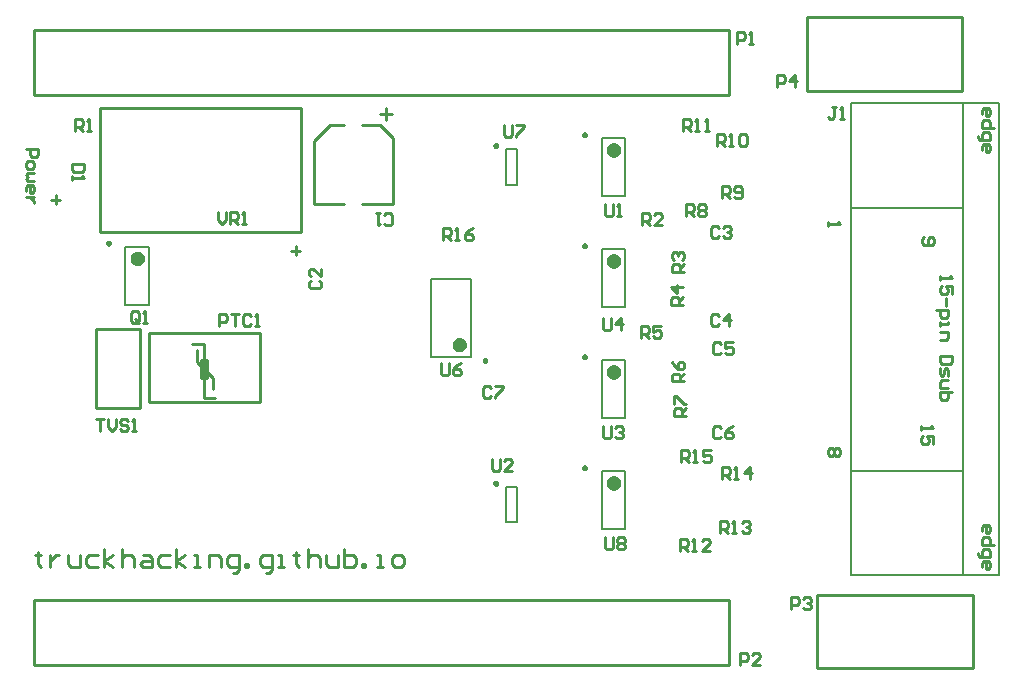
<source format=gto>
%FSTAX23Y23*%
%MOIN*%
%SFA1B1*%

%IPPOS*%
%ADD22C,0.010000*%
%ADD36C,0.023600*%
%ADD37C,0.009800*%
%ADD38C,0.007900*%
%LNhvcape-1*%
%LPD*%
G54D22*
X02465Y02845D02*
X0261D01*
Y0311*
X02465D02*
X0261D01*
X02465Y02845D02*
Y0311D01*
X04869Y01979D02*
X05387D01*
Y02223*
X04868D02*
X05387D01*
X04868Y0198D02*
Y02223D01*
X04834Y03904D02*
X05352D01*
Y04148*
X04833D02*
X05352D01*
X04833Y03905D02*
Y04148D01*
X0313Y03355D02*
Y03385D01*
X03115Y0337D02*
X03145D01*
X0343Y03805D02*
Y03845D01*
X0341Y03825D02*
X0345D01*
X0319Y03525D02*
X0329D01*
X0335D02*
X03455D01*
X0319D02*
Y03735D01*
X03245Y0379*
X0329*
X03455Y03525D02*
Y03745D01*
X0341Y0379D02*
X03455Y03745D01*
X0335Y0379D02*
X0341D01*
X02315Y0354D02*
X02345D01*
X0233Y03525D02*
Y03555D01*
X02476Y03432D02*
X03146D01*
Y03846*
X02476Y03432D02*
Y03846D01*
X03146*
X02258Y04107D02*
X04573D01*
Y03889D02*
Y04107D01*
X02258Y03889D02*
X04573D01*
X02258D02*
Y04026D01*
Y03976D02*
Y04107D01*
Y02076D02*
Y02207D01*
Y01989D02*
Y02126D01*
Y01989D02*
X04573D01*
Y02207*
X02258D02*
X04573D01*
X0264Y03095D02*
X0301D01*
Y02865D02*
Y03095D01*
X0264Y02865D02*
X0301D01*
X0264D02*
Y03095D01*
X02785Y0306D02*
X02825D01*
Y03D02*
Y0306D01*
Y0288D02*
Y03D01*
Y0288D02*
X0286D01*
X02815Y03005D02*
X02835D01*
Y02945D02*
Y03005D01*
X02815Y02945D02*
X02835D01*
X02815D02*
Y03005D01*
X02855Y0291D02*
Y02945D01*
X028Y03D02*
X02855Y02945D01*
X028Y03D02*
Y0304D01*
X0227Y02365D02*
Y02355D01*
X0226*
X0228*
X0227*
Y02325*
X0228Y02315*
X0231Y02355D02*
Y02315D01*
Y02335*
X0232Y02345*
X0233Y02355*
X0234*
X0237D02*
Y02325D01*
X0238Y02315*
X0241*
Y02355*
X02469D02*
X02439D01*
X02429Y02345*
Y02325*
X02439Y02315*
X02469*
X02489D02*
Y02375D01*
Y02335D02*
X02519Y02355D01*
X02489Y02335D02*
X02519Y02315D01*
X02549Y02375D02*
Y02315D01*
Y02345*
X02559Y02355*
X02579*
X02589Y02345*
Y02315*
X02619Y02355D02*
X02639D01*
X02649Y02345*
Y02315*
X02619*
X02609Y02325*
X02619Y02335*
X02649*
X02709Y02355D02*
X02679D01*
X02669Y02345*
Y02325*
X02679Y02315*
X02709*
X02729D02*
Y02375D01*
Y02335D02*
X02759Y02355D01*
X02729Y02335D02*
X02759Y02315D01*
X02789D02*
X02809D01*
X02799*
Y02355*
X02789*
X02839Y02315D02*
Y02355D01*
X02869*
X02879Y02345*
Y02315*
X02919Y02295D02*
X02929D01*
X02939Y02305*
Y02355*
X02909*
X02899Y02345*
Y02325*
X02909Y02315*
X02939*
X02959D02*
Y02325D01*
X02969*
Y02315*
X02959*
X03029Y02295D02*
X03039D01*
X03049Y02305*
Y02355*
X03019*
X03009Y02345*
Y02325*
X03019Y02315*
X03049*
X03069D02*
X03089D01*
X03079*
Y02355*
X03069*
X03129Y02365D02*
Y02355D01*
X03119*
X03139*
X03129*
Y02325*
X03139Y02315*
X03169Y02375D02*
Y02315D01*
Y02345*
X03179Y02355*
X03199*
X03209Y02345*
Y02315*
X03229Y02355D02*
Y02325D01*
X03239Y02315*
X03269*
Y02355*
X03289Y02375D02*
Y02315D01*
X03319*
X03329Y02325*
Y02335*
Y02345*
X03319Y02355*
X03289*
X03349Y02315D02*
Y02325D01*
X03359*
Y02315*
X03349*
X03399D02*
X03419D01*
X03409*
Y02355*
X03399*
X03459Y02315D02*
X03479D01*
X03489Y02325*
Y02345*
X03479Y02355*
X03459*
X03449Y02345*
Y02325*
X03459Y02315*
X0362Y03405D02*
Y03445D01*
X0364*
X03646Y03438*
Y03425*
X0364Y03418*
X0362*
X03633D02*
X03646Y03405D01*
X0366D02*
X03673D01*
X03666*
Y03445*
X0366Y03438*
X0372Y03445D02*
X03706Y03438D01*
X03693Y03425*
Y03411*
X037Y03405*
X03713*
X0372Y03411*
Y03418*
X03713Y03425*
X03693*
X03781Y02913D02*
X03775Y0292D01*
X03761*
X03755Y02913*
Y02886*
X03761Y0288*
X03775*
X03781Y02886*
X03795Y0292D02*
X03821D01*
Y02913*
X03795Y02886*
Y0288*
X02465Y0281D02*
X02491D01*
X02478*
Y0277*
X02505Y0281D02*
Y02783D01*
X02518Y0277*
X02531Y02783*
Y0281*
X02571Y02803D02*
X02565Y0281D01*
X02551*
X02545Y02803*
Y02796*
X02551Y0279*
X02565*
X02571Y02783*
Y02776*
X02565Y0277*
X02551*
X02545Y02776*
X02585Y0277D02*
X02598D01*
X02591*
Y0281*
X02585Y02803*
X0428Y0308D02*
Y0312D01*
X043*
X04306Y03113*
Y031*
X043Y03093*
X0428*
X04293D02*
X04306Y0308D01*
X04346Y0312D02*
X0432D01*
Y031*
X04333Y03106*
X0434*
X04346Y031*
Y03086*
X0434Y0308*
X04326*
X0432Y03086*
X04285Y03455D02*
Y03495D01*
X04305*
X04311Y03488*
Y03475*
X04305Y03468*
X04285*
X04298D02*
X04311Y03455D01*
X04351D02*
X04325D01*
X04351Y03481*
Y03488*
X04345Y03495*
X04331*
X04325Y03488*
X0441Y0237D02*
Y0241D01*
X0443*
X04436Y02403*
Y0239*
X0443Y02383*
X0441*
X04423D02*
X04436Y0237D01*
X0445D02*
X04463D01*
X04456*
Y0241*
X0445Y02403*
X0451Y0237D02*
X04483D01*
X0451Y02396*
Y02403*
X04503Y0241*
X0449*
X04483Y02403*
X04546Y02778D02*
X0454Y02785D01*
X04526*
X0452Y02778*
Y02751*
X04526Y02745*
X0454*
X04546Y02751*
X04586Y02785D02*
X04573Y02778D01*
X0456Y02765*
Y02751*
X04566Y02745*
X0458*
X04586Y02751*
Y02758*
X0458Y02765*
X0456*
X02425Y0366D02*
X02385D01*
Y0364*
X02391Y03633*
X02418*
X02425Y0364*
Y0366*
X02385Y0362D02*
Y03606D01*
Y03613*
X02425*
X02418Y0362*
X046Y0406D02*
Y041D01*
X0462*
X04626Y04093*
Y0408*
X0462Y04073*
X046*
X0464Y0406D02*
X04653D01*
X04646*
Y041*
X0464Y04093*
X0461Y0199D02*
Y0203D01*
X0463*
X04636Y02023*
Y0201*
X0463Y02003*
X0461*
X04676Y0199D02*
X0465D01*
X04676Y02016*
Y02023*
X0467Y0203*
X04656*
X0465Y02023*
X04155Y03145D02*
Y03111D01*
X04161Y03105*
X04175*
X04181Y03111*
Y03145*
X04215Y03105D02*
Y03145D01*
X04195Y03125*
X04221*
X04425Y033D02*
X04385D01*
Y0332*
X04391Y03326*
X04405*
X04411Y0332*
Y033*
Y03313D02*
X04425Y03326D01*
X04391Y0334D02*
X04385Y03346D01*
Y0336*
X04391Y03366*
X04398*
X04405Y0336*
Y03353*
Y0336*
X04411Y03366*
X04418*
X04425Y0336*
Y03346*
X04418Y0334*
X04546Y03058D02*
X0454Y03065D01*
X04526*
X0452Y03058*
Y03031*
X04526Y03025*
X0454*
X04546Y03031*
X04586Y03065D02*
X0456D01*
Y03045*
X04573Y03051*
X0458*
X04586Y03045*
Y03031*
X0458Y03025*
X04566*
X0456Y03031*
X0287Y035D02*
Y03473D01*
X02883Y0346*
X02896Y03473*
Y035*
X0291Y0346D02*
Y035D01*
X0293*
X02936Y03493*
Y0348*
X0293Y03473*
X0291*
X02923D02*
X02936Y0346D01*
X0295D02*
X02963D01*
X02956*
Y035*
X0295Y03493*
X0443Y0282D02*
X0439D01*
Y0284*
X04396Y02846*
X0441*
X04416Y0284*
Y0282*
Y02833D02*
X0443Y02846D01*
X0439Y0286D02*
Y02886D01*
X04396*
X04423Y0286*
X0443*
X04425Y02935D02*
X04385D01*
Y02955*
X04391Y02961*
X04405*
X04411Y02955*
Y02935*
Y02948D02*
X04425Y02961D01*
X04385Y03001D02*
X04391Y02988D01*
X04405Y02975*
X04418*
X04425Y02981*
Y02995*
X04418Y03001*
X04411*
X04405Y02995*
Y02975*
X0442Y0319D02*
X0438D01*
Y0321*
X04386Y03216*
X044*
X04406Y0321*
Y0319*
Y03203D02*
X0442Y03216D01*
Y0325D02*
X0438D01*
X044Y0323*
Y03256*
X04931Y0385D02*
X04918D01*
X04925*
Y03816*
X04918Y0381*
X04911*
X04905Y03816*
X04945Y0381D02*
X04958D01*
X04951*
Y0385*
X04945Y03843*
X02606Y03136D02*
Y03163D01*
X026Y0317*
X02586*
X0258Y03163*
Y03136*
X02586Y0313*
X026*
X02593Y03143D02*
X02606Y0313D01*
X026D02*
X02606Y03136D01*
X0262Y0313D02*
X02633D01*
X02626*
Y0317*
X0262Y03163*
X0478Y02175D02*
Y02215D01*
X048*
X04806Y02208*
Y02195*
X048Y02188*
X0478*
X0482Y02208D02*
X04826Y02215D01*
X0484*
X04846Y02208*
Y02201*
X0484Y02195*
X04833*
X0484*
X04846Y02188*
Y02181*
X0484Y02175*
X04826*
X0482Y02181*
X04735Y03915D02*
Y03955D01*
X04755*
X04761Y03948*
Y03935*
X04755Y03928*
X04735*
X04795Y03915D02*
Y03955D01*
X04775Y03935*
X04801*
X02875Y0312D02*
Y0316D01*
X02895*
X02901Y03153*
Y0314*
X02895Y03133*
X02875*
X02915Y0316D02*
X02941D01*
X02928*
Y0312*
X02981Y03153D02*
X02975Y0316D01*
X02961*
X02955Y03153*
Y03126*
X02961Y0312*
X02975*
X02981Y03126*
X02995Y0312D02*
X03008D01*
X03001*
Y0316*
X02995Y03153*
X04541D02*
X04535Y0316D01*
X04521*
X04515Y03153*
Y03126*
X04521Y0312*
X04535*
X04541Y03126*
X04575Y0312D02*
Y0316D01*
X04555Y0314*
X04581*
X0416Y03525D02*
Y03491D01*
X04166Y03485*
X0418*
X04186Y03491*
Y03525*
X042Y03485D02*
X04213D01*
X04206*
Y03525*
X042Y03518*
X03783Y02675D02*
Y02642D01*
X0379Y02635*
X03803*
X0381Y02642*
Y02675*
X0385Y02635D02*
X03823D01*
X0385Y02662*
Y02668*
X03843Y02675*
X0383*
X03823Y02668*
X03423Y03461D02*
X0343Y03455D01*
X03443*
X0345Y03461*
Y03488*
X03443Y03495*
X0343*
X03423Y03488*
X0341Y03495D02*
X03396D01*
X03403*
Y03455*
X0341Y03461*
X03181Y03271D02*
X03175Y03265D01*
Y03251*
X03181Y03245*
X03208*
X03215Y03251*
Y03265*
X03208Y03271*
X03215Y03311D02*
Y03285D01*
X03188Y03311*
X03181*
X03175Y03305*
Y03291*
X03181Y03285*
X04539Y03445D02*
X04533Y03452D01*
X04519*
X04513Y03445*
Y03418*
X04519Y03412*
X04533*
X04539Y03418*
X04553Y03445D02*
X04559Y03452D01*
X04573*
X04579Y03445*
Y03438*
X04573Y03432*
X04566*
X04573*
X04579Y03425*
Y03418*
X04573Y03412*
X04559*
X04553Y03418*
X02395Y0377D02*
Y0381D01*
X02415*
X02421Y03803*
Y0379*
X02415Y03783*
X02395*
X02408D02*
X02421Y0377D01*
X02435D02*
X02448D01*
X02441*
Y0381*
X02435Y03803*
X0443Y03485D02*
Y03525D01*
X0445*
X04456Y03518*
Y03505*
X0445Y03498*
X0443*
X04443D02*
X04456Y03485D01*
X0447Y03518D02*
X04476Y03525D01*
X0449*
X04496Y03518*
Y03511*
X0449Y03505*
X04496Y03498*
Y03491*
X0449Y03485*
X04476*
X0447Y03491*
Y03498*
X04476Y03505*
X0447Y03511*
Y03518*
X04476Y03505D02*
X0449D01*
X0455Y03545D02*
Y03585D01*
X0457*
X04576Y03578*
Y03565*
X0457Y03558*
X0455*
X04563D02*
X04576Y03545D01*
X0459Y03551D02*
X04596Y03545D01*
X0461*
X04616Y03551*
Y03578*
X0461Y03585*
X04596*
X0459Y03578*
Y03571*
X04596Y03565*
X04616*
X04535Y0372D02*
Y0376D01*
X04555*
X04561Y03753*
Y0374*
X04555Y03733*
X04535*
X04548D02*
X04561Y0372D01*
X04575D02*
X04588D01*
X04581*
Y0376*
X04575Y03753*
X04608D02*
X04615Y0376D01*
X04628*
X04635Y03753*
Y03726*
X04628Y0372*
X04615*
X04608Y03726*
Y03753*
X0442Y0377D02*
Y0381D01*
X0444*
X04446Y03803*
Y0379*
X0444Y03783*
X0442*
X04433D02*
X04446Y0377D01*
X0446D02*
X04473D01*
X04466*
Y0381*
X0446Y03803*
X04493Y0377D02*
X04506D01*
X045*
Y0381*
X04493Y03803*
X04545Y0243D02*
Y0247D01*
X04565*
X04571Y02463*
Y0245*
X04565Y02443*
X04545*
X04558D02*
X04571Y0243D01*
X04585D02*
X04598D01*
X04591*
Y0247*
X04585Y02463*
X04618D02*
X04625Y0247D01*
X04638*
X04645Y02463*
Y02456*
X04638Y0245*
X04631*
X04638*
X04645Y02443*
Y02436*
X04638Y0243*
X04625*
X04618Y02436*
X0455Y0261D02*
Y0265D01*
X0457*
X04576Y02643*
Y0263*
X0457Y02623*
X0455*
X04563D02*
X04576Y0261D01*
X0459D02*
X04603D01*
X04596*
Y0265*
X0459Y02643*
X04643Y0261D02*
Y0265D01*
X04623Y0263*
X0465*
X04415Y02665D02*
Y02705D01*
X04435*
X04441Y02698*
Y02685*
X04435Y02678*
X04415*
X04428D02*
X04441Y02665D01*
X04455D02*
X04468D01*
X04461*
Y02705*
X04455Y02698*
X04515Y02705D02*
X04488D01*
Y02685*
X04501Y02691*
X04508*
X04515Y02685*
Y02671*
X04508Y02665*
X04495*
X04488Y02671*
X04155Y02785D02*
Y02751D01*
X04161Y02745*
X04175*
X04181Y02751*
Y02785*
X04195Y02778D02*
X04201Y02785D01*
X04215*
X04221Y02778*
Y02771*
X04215Y02765*
X04208*
X04215*
X04221Y02758*
Y02751*
X04215Y02745*
X04201*
X04195Y02751*
X03615Y02995D02*
Y02961D01*
X03621Y02955*
X03635*
X03641Y02961*
Y02995*
X03681D02*
X03668Y02988D01*
X03655Y02975*
Y02961*
X03661Y02955*
X03675*
X03681Y02961*
Y02968*
X03675Y02975*
X03655*
X03825Y0379D02*
Y03756D01*
X03831Y0375*
X03845*
X03851Y03756*
Y0379*
X03865D02*
X03891D01*
Y03783*
X03865Y03756*
Y0375*
X0416Y02415D02*
Y02381D01*
X04166Y02375*
X0418*
X04186Y02381*
Y02415*
X042Y02408D02*
X04206Y02415D01*
X0422*
X04226Y02408*
Y02401*
X0422Y02395*
X04226Y02388*
Y02381*
X0422Y02375*
X04206*
X042Y02381*
Y02388*
X04206Y02395*
X042Y02401*
Y02408*
X04206Y02395D02*
X0422D01*
X04903Y03467D02*
Y03454D01*
Y0346*
X04943*
X04936Y03467*
Y02714D02*
X04943Y02707D01*
Y02694*
X04936Y02687*
X04929*
X04923Y02694*
X04916Y02687*
X04909*
X04903Y02694*
Y02707*
X04909Y02714*
X04916*
X04923Y02707*
X04929Y02714*
X04936*
X04923Y02707D02*
Y02694D01*
X05213Y02786D02*
Y02772D01*
Y02779*
X05253*
X05246Y02786*
X05253Y02726D02*
Y02752D01*
X05233*
X05239Y02739*
Y02732*
X05233Y02726*
X05219*
X05213Y02732*
Y02746*
X05219Y02752*
X05224Y03416D02*
X05218Y03409D01*
Y03396*
X05224Y03389*
X05251*
X05258Y03396*
Y03409*
X05251Y03416*
X05244*
X05238Y03409*
Y03389*
X05278Y03286D02*
Y03272D01*
Y03279*
X05318*
X05311Y03286*
X05318Y03226D02*
Y03252D01*
X05298*
X05304Y03239*
Y03232*
X05298Y03226*
X05284*
X05278Y03232*
Y03246*
X05284Y03252*
X05298Y03212D02*
Y03186D01*
X05264Y03172D02*
X05304D01*
Y03152*
X05298Y03146*
X05284*
X05278Y03152*
Y03172*
Y03132D02*
Y03119D01*
Y03126*
X05304*
Y03132*
X05278Y03099D02*
X05304D01*
Y03079*
X05298Y03072*
X05278*
X05318Y03019D02*
X05278D01*
Y02999*
X05284Y02992*
X05311*
X05318Y02999*
Y03019*
X05278Y02979D02*
Y02959D01*
X05284Y02952*
X05291Y02959*
Y02972*
X05298Y02979*
X05304Y02972*
Y02952*
Y02939D02*
X05284D01*
X05278Y02932*
Y02912*
X05304*
X05318Y02899D02*
X05278D01*
Y02879*
X05284Y02872*
X05291*
X05298*
X05304Y02879*
Y02899*
X05418Y03826D02*
Y03839D01*
X05424Y03846*
X05438*
X05444Y03839*
Y03826*
X05438Y03819*
X05431*
Y03846*
X05458Y03779D02*
X05418D01*
Y03799*
X05424Y03806*
X05438*
X05444Y03799*
Y03779*
X05404Y03752D02*
Y03746D01*
X05411Y03739*
X05444*
Y03759*
X05438Y03766*
X05424*
X05418Y03759*
Y03739*
Y03706D02*
Y03719D01*
X05424Y03726*
X05438*
X05444Y03719*
Y03706*
X05438Y03699*
X05431*
Y03726*
X05418Y02436D02*
Y02449D01*
X05424Y02456*
X05438*
X05444Y02449*
Y02436*
X05438Y02429*
X05431*
Y02456*
X05458Y02389D02*
X05418D01*
Y02409*
X05424Y02416*
X05438*
X05444Y02409*
Y02389*
X05404Y02362D02*
Y02356D01*
X05411Y02349*
X05444*
Y02369*
X05438Y02376*
X05424*
X05418Y02369*
Y02349*
Y02316D02*
Y02329D01*
X05424Y02336*
X05438*
X05444Y02329*
Y02316*
X05438Y02309*
X05431*
Y02336*
X0223Y0371D02*
X0227D01*
Y0369*
X02263Y03683*
X0225*
X02243Y0369*
Y0371*
X0223Y03663D02*
Y0365D01*
X02236Y03643*
X0225*
X02256Y0365*
Y03663*
X0225Y0367*
X02236*
X0223Y03663*
X02256Y0363D02*
X02236D01*
X0223Y03623*
X02236Y03616*
X0223Y0361*
X02236Y03603*
X02256*
X0223Y0357D02*
Y03583D01*
X02236Y0359*
X0225*
X02256Y03583*
Y0357*
X0225Y03563*
X02243*
Y0359*
X02256Y0355D02*
X0223D01*
X02243*
X0225Y03543*
X02256Y03536*
Y0353*
G54D36*
X03687Y03056D02*
D01*
X03687Y03057*
X03686Y03058*
X03686Y03059*
X03686Y0306*
X03686Y0306*
X03686Y03061*
X03685Y03062*
X03685Y03063*
X03684Y03063*
X03684Y03064*
X03683Y03065*
X03683Y03065*
X03682Y03066*
X03681Y03066*
X03681Y03067*
X0368Y03067*
X03679Y03067*
X03678Y03068*
X03678Y03068*
X03677Y03068*
X03676Y03068*
X03675Y03068*
X03674*
X03674Y03068*
X03673Y03068*
X03672Y03068*
X03671Y03068*
X0367Y03067*
X0367Y03067*
X03669Y03067*
X03668Y03066*
X03668Y03066*
X03667Y03065*
X03666Y03065*
X03666Y03064*
X03665Y03063*
X03665Y03063*
X03664Y03062*
X03664Y03061*
X03664Y0306*
X03663Y0306*
X03663Y03059*
X03663Y03058*
X03663Y03057*
X03663Y03056*
X03663Y03056*
X03663Y03055*
X03663Y03054*
X03663Y03053*
X03664Y03052*
X03664Y03052*
X03664Y03051*
X03665Y0305*
X03665Y03049*
X03666Y03049*
X03666Y03048*
X03667Y03048*
X03668Y03047*
X03668Y03047*
X03669Y03046*
X0367Y03046*
X0367Y03045*
X03671Y03045*
X03672Y03045*
X03673Y03045*
X03674Y03045*
X03674Y03045*
X03675*
X03676Y03045*
X03677Y03045*
X03678Y03045*
X03678Y03045*
X03679Y03045*
X0368Y03046*
X03681Y03046*
X03681Y03047*
X03682Y03047*
X03683Y03048*
X03683Y03048*
X03684Y03049*
X03684Y03049*
X03685Y0305*
X03685Y03051*
X03686Y03052*
X03686Y03052*
X03686Y03053*
X03686Y03054*
X03686Y03055*
X03687Y03056*
X03687Y03056*
X02613Y03345D02*
D01*
X02613Y03345*
X02613Y03346*
X02613Y03347*
X02613Y03348*
X02613Y03349*
X02612Y03349*
X02612Y0335*
X02612Y03351*
X02611Y03352*
X02611Y03352*
X0261Y03353*
X02609Y03353*
X02609Y03354*
X02608Y03354*
X02607Y03355*
X02607Y03355*
X02606Y03356*
X02605Y03356*
X02604Y03356*
X02604Y03356*
X02603Y03356*
X02602Y03356*
X02601*
X026Y03356*
X02599Y03356*
X02599Y03356*
X02598Y03356*
X02597Y03356*
X02596Y03355*
X02596Y03355*
X02595Y03354*
X02594Y03354*
X02594Y03353*
X02593Y03353*
X02592Y03352*
X02592Y03352*
X02591Y03351*
X02591Y0335*
X02591Y03349*
X0259Y03349*
X0259Y03348*
X0259Y03347*
X0259Y03346*
X0259Y03345*
X0259Y03345*
X0259Y03344*
X0259Y03343*
X0259Y03342*
X0259Y03341*
X0259Y03341*
X02591Y0334*
X02591Y03339*
X02591Y03338*
X02592Y03338*
X02592Y03337*
X02593Y03336*
X02594Y03336*
X02594Y03335*
X02595Y03335*
X02596Y03334*
X02596Y03334*
X02597Y03334*
X02598Y03333*
X02599Y03333*
X02599Y03333*
X026Y03333*
X02601Y03333*
X02602*
X02603Y03333*
X02604Y03333*
X02604Y03333*
X02605Y03333*
X02606Y03334*
X02607Y03334*
X02607Y03334*
X02608Y03335*
X02609Y03335*
X02609Y03336*
X0261Y03336*
X02611Y03337*
X02611Y03338*
X02612Y03338*
X02612Y03339*
X02612Y0334*
X02613Y03341*
X02613Y03341*
X02613Y03342*
X02613Y03343*
X02613Y03344*
X02613Y03345*
X042Y02596D02*
D01*
X042Y02597*
X042Y02598*
X042Y02599*
X042Y02599*
X04199Y026*
X04199Y02601*
X04199Y02602*
X04198Y02602*
X04198Y02603*
X04197Y02604*
X04197Y02604*
X04196Y02605*
X04196Y02605*
X04195Y02606*
X04194Y02606*
X04194Y02607*
X04193Y02607*
X04192Y02607*
X04191Y02608*
X0419Y02608*
X0419Y02608*
X04189Y02608*
X04188*
X04187Y02608*
X04186Y02608*
X04186Y02608*
X04185Y02607*
X04184Y02607*
X04183Y02607*
X04183Y02606*
X04182Y02606*
X04181Y02605*
X04181Y02605*
X0418Y02604*
X04179Y02604*
X04179Y02603*
X04178Y02602*
X04178Y02602*
X04178Y02601*
X04177Y026*
X04177Y02599*
X04177Y02599*
X04177Y02598*
X04177Y02597*
X04177Y02596*
X04177Y02595*
X04177Y02595*
X04177Y02594*
X04177Y02593*
X04177Y02592*
X04178Y02591*
X04178Y02591*
X04178Y0259*
X04179Y02589*
X04179Y02589*
X0418Y02588*
X04181Y02587*
X04181Y02587*
X04182Y02586*
X04183Y02586*
X04183Y02586*
X04184Y02585*
X04185Y02585*
X04186Y02585*
X04186Y02585*
X04187Y02584*
X04188Y02584*
X04189*
X0419Y02584*
X0419Y02585*
X04191Y02585*
X04192Y02585*
X04193Y02585*
X04194Y02586*
X04194Y02586*
X04195Y02586*
X04196Y02587*
X04196Y02587*
X04197Y02588*
X04197Y02589*
X04198Y02589*
X04198Y0259*
X04199Y02591*
X04199Y02591*
X04199Y02592*
X042Y02593*
X042Y02594*
X042Y02595*
X042Y02595*
X042Y02596*
Y02966D02*
D01*
X042Y02967*
X042Y02968*
X042Y02969*
X042Y02969*
X04199Y0297*
X04199Y02971*
X04199Y02972*
X04198Y02972*
X04198Y02973*
X04197Y02974*
X04197Y02974*
X04196Y02975*
X04196Y02975*
X04195Y02976*
X04194Y02976*
X04194Y02977*
X04193Y02977*
X04192Y02977*
X04191Y02978*
X0419Y02978*
X0419Y02978*
X04189Y02978*
X04188*
X04187Y02978*
X04186Y02978*
X04186Y02978*
X04185Y02977*
X04184Y02977*
X04183Y02977*
X04183Y02976*
X04182Y02976*
X04181Y02975*
X04181Y02975*
X0418Y02974*
X04179Y02974*
X04179Y02973*
X04178Y02972*
X04178Y02972*
X04178Y02971*
X04177Y0297*
X04177Y02969*
X04177Y02969*
X04177Y02968*
X04177Y02967*
X04177Y02966*
X04177Y02965*
X04177Y02965*
X04177Y02964*
X04177Y02963*
X04177Y02962*
X04178Y02961*
X04178Y02961*
X04178Y0296*
X04179Y02959*
X04179Y02959*
X0418Y02958*
X04181Y02957*
X04181Y02957*
X04182Y02956*
X04183Y02956*
X04183Y02956*
X04184Y02955*
X04185Y02955*
X04186Y02955*
X04186Y02955*
X04187Y02954*
X04188Y02954*
X04189*
X0419Y02954*
X0419Y02955*
X04191Y02955*
X04192Y02955*
X04193Y02955*
X04194Y02956*
X04194Y02956*
X04195Y02956*
X04196Y02957*
X04196Y02957*
X04197Y02958*
X04197Y02959*
X04198Y02959*
X04198Y0296*
X04199Y02961*
X04199Y02961*
X04199Y02962*
X042Y02963*
X042Y02964*
X042Y02965*
X042Y02965*
X042Y02966*
Y03336D02*
D01*
X042Y03337*
X042Y03338*
X042Y03339*
X042Y03339*
X04199Y0334*
X04199Y03341*
X04199Y03342*
X04198Y03342*
X04198Y03343*
X04197Y03344*
X04197Y03344*
X04196Y03345*
X04196Y03345*
X04195Y03346*
X04194Y03346*
X04194Y03347*
X04193Y03347*
X04192Y03347*
X04191Y03348*
X0419Y03348*
X0419Y03348*
X04189Y03348*
X04188*
X04187Y03348*
X04186Y03348*
X04186Y03348*
X04185Y03347*
X04184Y03347*
X04183Y03347*
X04183Y03346*
X04182Y03346*
X04181Y03345*
X04181Y03345*
X0418Y03344*
X04179Y03344*
X04179Y03343*
X04178Y03342*
X04178Y03342*
X04178Y03341*
X04177Y0334*
X04177Y03339*
X04177Y03339*
X04177Y03338*
X04177Y03337*
X04177Y03336*
X04177Y03335*
X04177Y03335*
X04177Y03334*
X04177Y03333*
X04177Y03332*
X04178Y03331*
X04178Y03331*
X04178Y0333*
X04179Y03329*
X04179Y03329*
X0418Y03328*
X04181Y03327*
X04181Y03327*
X04182Y03326*
X04183Y03326*
X04183Y03326*
X04184Y03325*
X04185Y03325*
X04186Y03325*
X04186Y03325*
X04187Y03324*
X04188Y03324*
X04189*
X0419Y03324*
X0419Y03325*
X04191Y03325*
X04192Y03325*
X04193Y03325*
X04194Y03326*
X04194Y03326*
X04195Y03326*
X04196Y03327*
X04196Y03327*
X04197Y03328*
X04197Y03329*
X04198Y03329*
X04198Y0333*
X04199Y03331*
X04199Y03331*
X04199Y03332*
X042Y03333*
X042Y03334*
X042Y03335*
X042Y03335*
X042Y03336*
Y03706D02*
D01*
X042Y03707*
X042Y03708*
X042Y03709*
X042Y03709*
X04199Y0371*
X04199Y03711*
X04199Y03712*
X04198Y03712*
X04198Y03713*
X04197Y03714*
X04197Y03714*
X04196Y03715*
X04196Y03715*
X04195Y03716*
X04194Y03716*
X04194Y03717*
X04193Y03717*
X04192Y03717*
X04191Y03718*
X0419Y03718*
X0419Y03718*
X04189Y03718*
X04188*
X04187Y03718*
X04186Y03718*
X04186Y03718*
X04185Y03717*
X04184Y03717*
X04183Y03717*
X04183Y03716*
X04182Y03716*
X04181Y03715*
X04181Y03715*
X0418Y03714*
X04179Y03714*
X04179Y03713*
X04178Y03712*
X04178Y03712*
X04178Y03711*
X04177Y0371*
X04177Y03709*
X04177Y03709*
X04177Y03708*
X04177Y03707*
X04177Y03706*
X04177Y03705*
X04177Y03705*
X04177Y03704*
X04177Y03703*
X04177Y03702*
X04178Y03701*
X04178Y03701*
X04178Y037*
X04179Y03699*
X04179Y03699*
X0418Y03698*
X04181Y03697*
X04181Y03697*
X04182Y03696*
X04183Y03696*
X04183Y03696*
X04184Y03695*
X04185Y03695*
X04186Y03695*
X04186Y03695*
X04187Y03694*
X04188Y03694*
X04189*
X0419Y03694*
X0419Y03695*
X04191Y03695*
X04192Y03695*
X04193Y03695*
X04194Y03696*
X04194Y03696*
X04195Y03696*
X04196Y03697*
X04196Y03697*
X04197Y03698*
X04197Y03699*
X04198Y03699*
X04198Y037*
X04199Y03701*
X04199Y03701*
X04199Y03702*
X042Y03703*
X042Y03704*
X042Y03705*
X042Y03705*
X042Y03706*
G54D37*
X03765Y03003D02*
D01*
X03765Y03004*
X03765Y03004*
X03765Y03004*
X03765Y03005*
X03765Y03005*
X03765Y03005*
X03765Y03006*
X03765Y03006*
X03764Y03006*
X03764Y03006*
X03764Y03007*
X03764Y03007*
X03763Y03007*
X03763Y03007*
X03763Y03007*
X03763Y03008*
X03762Y03008*
X03762Y03008*
X03762Y03008*
X03761Y03008*
X03761Y03008*
X03761Y03008*
X0376*
X0376Y03008*
X0376Y03008*
X03759Y03008*
X03759Y03008*
X03759Y03008*
X03758Y03008*
X03758Y03007*
X03758Y03007*
X03757Y03007*
X03757Y03007*
X03757Y03007*
X03757Y03006*
X03756Y03006*
X03756Y03006*
X03756Y03006*
X03756Y03005*
X03756Y03005*
X03756Y03005*
X03756Y03004*
X03756Y03004*
X03756Y03004*
X03756Y03003*
X03756Y03003*
X03756Y03003*
X03756Y03002*
X03756Y03002*
X03756Y03002*
X03756Y03001*
X03756Y03001*
X03756Y03001*
X03756Y03*
X03757Y03*
X03757Y03*
X03757Y03*
X03757Y02999*
X03758Y02999*
X03758Y02999*
X03758Y02999*
X03759Y02999*
X03759Y02999*
X03759Y02998*
X0376Y02998*
X0376Y02998*
X0376Y02998*
X03761*
X03761Y02998*
X03761Y02998*
X03762Y02998*
X03762Y02999*
X03762Y02999*
X03763Y02999*
X03763Y02999*
X03763Y02999*
X03763Y02999*
X03764Y03*
X03764Y03*
X03764Y03*
X03764Y03*
X03765Y03001*
X03765Y03001*
X03765Y03001*
X03765Y03002*
X03765Y03002*
X03765Y03002*
X03765Y03003*
X03765Y03003*
X03765Y03003*
X03801Y0372D02*
D01*
X03801Y03721*
X03801Y03721*
X03801Y03721*
X03801Y03722*
X03801Y03722*
X03801Y03722*
X03801Y03723*
X03801Y03723*
X038Y03723*
X038Y03724*
X038Y03724*
X038Y03724*
X03799Y03724*
X03799Y03724*
X03799Y03725*
X03799Y03725*
X03798Y03725*
X03798Y03725*
X03798Y03725*
X03797Y03725*
X03797Y03725*
X03797Y03725*
X03796*
X03796Y03725*
X03796Y03725*
X03795Y03725*
X03795Y03725*
X03795Y03725*
X03794Y03725*
X03794Y03725*
X03794Y03724*
X03793Y03724*
X03793Y03724*
X03793Y03724*
X03793Y03724*
X03792Y03723*
X03792Y03723*
X03792Y03723*
X03792Y03722*
X03792Y03722*
X03792Y03722*
X03792Y03721*
X03792Y03721*
X03792Y03721*
X03792Y0372*
X03792Y0372*
X03792Y0372*
X03792Y03719*
X03792Y03719*
X03792Y03719*
X03792Y03718*
X03792Y03718*
X03792Y03718*
X03792Y03718*
X03793Y03717*
X03793Y03717*
X03793Y03717*
X03793Y03717*
X03794Y03716*
X03794Y03716*
X03794Y03716*
X03795Y03716*
X03795Y03716*
X03795Y03716*
X03796Y03716*
X03796Y03716*
X03796Y03716*
X03797*
X03797Y03716*
X03797Y03716*
X03798Y03716*
X03798Y03716*
X03798Y03716*
X03799Y03716*
X03799Y03716*
X03799Y03716*
X03799Y03717*
X038Y03717*
X038Y03717*
X038Y03717*
X038Y03718*
X03801Y03718*
X03801Y03718*
X03801Y03718*
X03801Y03719*
X03801Y03719*
X03801Y03719*
X03801Y0372*
X03801Y0372*
X03801Y0372*
X0251Y03396D02*
D01*
X0251Y03396*
X0251Y03397*
X0251Y03397*
X0251Y03397*
X0251Y03398*
X02509Y03398*
X02509Y03398*
X02509Y03399*
X02509Y03399*
X02509Y03399*
X02509Y03399*
X02508Y034*
X02508Y034*
X02508Y034*
X02507Y034*
X02507Y034*
X02507Y03401*
X02507Y03401*
X02506Y03401*
X02506Y03401*
X02506Y03401*
X02505Y03401*
X02505*
X02504Y03401*
X02504Y03401*
X02504Y03401*
X02503Y03401*
X02503Y03401*
X02503Y034*
X02503Y034*
X02502Y034*
X02502Y034*
X02502Y034*
X02501Y03399*
X02501Y03399*
X02501Y03399*
X02501Y03399*
X02501Y03398*
X02501Y03398*
X025Y03398*
X025Y03397*
X025Y03397*
X025Y03397*
X025Y03396*
X025Y03396*
X025Y03396*
X025Y03395*
X025Y03395*
X025Y03395*
X025Y03394*
X02501Y03394*
X02501Y03394*
X02501Y03393*
X02501Y03393*
X02501Y03393*
X02501Y03393*
X02502Y03392*
X02502Y03392*
X02502Y03392*
X02503Y03392*
X02503Y03392*
X02503Y03391*
X02503Y03391*
X02504Y03391*
X02504Y03391*
X02504Y03391*
X02505Y03391*
X02505*
X02506Y03391*
X02506Y03391*
X02506Y03391*
X02507Y03391*
X02507Y03391*
X02507Y03392*
X02507Y03392*
X02508Y03392*
X02508Y03392*
X02508Y03392*
X02509Y03393*
X02509Y03393*
X02509Y03393*
X02509Y03393*
X02509Y03394*
X02509Y03394*
X0251Y03394*
X0251Y03395*
X0251Y03395*
X0251Y03395*
X0251Y03396*
X0251Y03396*
X04097Y02648D02*
D01*
X04097Y02648*
X04097Y02648*
X04097Y02649*
X04097Y02649*
X04097Y02649*
X04096Y02649*
X04096Y0265*
X04096Y0265*
X04096Y0265*
X04096Y02651*
X04096Y02651*
X04095Y02651*
X04095Y02651*
X04095Y02652*
X04094Y02652*
X04094Y02652*
X04094Y02652*
X04094Y02652*
X04093Y02652*
X04093Y02652*
X04093Y02652*
X04092Y02652*
X04092*
X04091Y02652*
X04091Y02652*
X04091Y02652*
X0409Y02652*
X0409Y02652*
X0409Y02652*
X0409Y02652*
X04089Y02652*
X04089Y02651*
X04089Y02651*
X04088Y02651*
X04088Y02651*
X04088Y0265*
X04088Y0265*
X04088Y0265*
X04088Y02649*
X04087Y02649*
X04087Y02649*
X04087Y02649*
X04087Y02648*
X04087Y02648*
X04087Y02648*
X04087Y02647*
X04087Y02647*
X04087Y02646*
X04087Y02646*
X04087Y02646*
X04088Y02646*
X04088Y02645*
X04088Y02645*
X04088Y02645*
X04088Y02644*
X04088Y02644*
X04089Y02644*
X04089Y02644*
X04089Y02643*
X0409Y02643*
X0409Y02643*
X0409Y02643*
X0409Y02643*
X04091Y02643*
X04091Y02643*
X04091Y02643*
X04092Y02643*
X04092*
X04093Y02643*
X04093Y02643*
X04093Y02643*
X04094Y02643*
X04094Y02643*
X04094Y02643*
X04094Y02643*
X04095Y02643*
X04095Y02644*
X04095Y02644*
X04096Y02644*
X04096Y02644*
X04096Y02645*
X04096Y02645*
X04096Y02645*
X04096Y02646*
X04097Y02646*
X04097Y02646*
X04097Y02646*
X04097Y02647*
X04097Y02647*
X04097Y02648*
Y03018D02*
D01*
X04097Y03018*
X04097Y03018*
X04097Y03019*
X04097Y03019*
X04097Y03019*
X04096Y03019*
X04096Y0302*
X04096Y0302*
X04096Y0302*
X04096Y03021*
X04096Y03021*
X04095Y03021*
X04095Y03021*
X04095Y03022*
X04094Y03022*
X04094Y03022*
X04094Y03022*
X04094Y03022*
X04093Y03022*
X04093Y03022*
X04093Y03022*
X04092Y03022*
X04092*
X04091Y03022*
X04091Y03022*
X04091Y03022*
X0409Y03022*
X0409Y03022*
X0409Y03022*
X0409Y03022*
X04089Y03022*
X04089Y03021*
X04089Y03021*
X04088Y03021*
X04088Y03021*
X04088Y0302*
X04088Y0302*
X04088Y0302*
X04088Y03019*
X04087Y03019*
X04087Y03019*
X04087Y03019*
X04087Y03018*
X04087Y03018*
X04087Y03018*
X04087Y03017*
X04087Y03017*
X04087Y03016*
X04087Y03016*
X04087Y03016*
X04088Y03016*
X04088Y03015*
X04088Y03015*
X04088Y03015*
X04088Y03014*
X04088Y03014*
X04089Y03014*
X04089Y03014*
X04089Y03013*
X0409Y03013*
X0409Y03013*
X0409Y03013*
X0409Y03013*
X04091Y03013*
X04091Y03013*
X04091Y03013*
X04092Y03013*
X04092*
X04093Y03013*
X04093Y03013*
X04093Y03013*
X04094Y03013*
X04094Y03013*
X04094Y03013*
X04094Y03013*
X04095Y03013*
X04095Y03014*
X04095Y03014*
X04096Y03014*
X04096Y03014*
X04096Y03015*
X04096Y03015*
X04096Y03015*
X04096Y03016*
X04097Y03016*
X04097Y03016*
X04097Y03016*
X04097Y03017*
X04097Y03017*
X04097Y03018*
Y03388D02*
D01*
X04097Y03388*
X04097Y03388*
X04097Y03389*
X04097Y03389*
X04097Y03389*
X04096Y03389*
X04096Y0339*
X04096Y0339*
X04096Y0339*
X04096Y03391*
X04096Y03391*
X04095Y03391*
X04095Y03391*
X04095Y03392*
X04094Y03392*
X04094Y03392*
X04094Y03392*
X04094Y03392*
X04093Y03392*
X04093Y03392*
X04093Y03392*
X04092Y03392*
X04092*
X04091Y03392*
X04091Y03392*
X04091Y03392*
X0409Y03392*
X0409Y03392*
X0409Y03392*
X0409Y03392*
X04089Y03392*
X04089Y03391*
X04089Y03391*
X04088Y03391*
X04088Y03391*
X04088Y0339*
X04088Y0339*
X04088Y0339*
X04088Y03389*
X04087Y03389*
X04087Y03389*
X04087Y03389*
X04087Y03388*
X04087Y03388*
X04087Y03388*
X04087Y03387*
X04087Y03387*
X04087Y03386*
X04087Y03386*
X04087Y03386*
X04088Y03386*
X04088Y03385*
X04088Y03385*
X04088Y03385*
X04088Y03384*
X04088Y03384*
X04089Y03384*
X04089Y03384*
X04089Y03383*
X0409Y03383*
X0409Y03383*
X0409Y03383*
X0409Y03383*
X04091Y03383*
X04091Y03383*
X04091Y03383*
X04092Y03383*
X04092*
X04093Y03383*
X04093Y03383*
X04093Y03383*
X04094Y03383*
X04094Y03383*
X04094Y03383*
X04094Y03383*
X04095Y03383*
X04095Y03384*
X04095Y03384*
X04096Y03384*
X04096Y03384*
X04096Y03385*
X04096Y03385*
X04096Y03385*
X04096Y03386*
X04097Y03386*
X04097Y03386*
X04097Y03386*
X04097Y03387*
X04097Y03387*
X04097Y03388*
X03801Y02595D02*
D01*
X03801Y02596*
X03801Y02596*
X03801Y02596*
X03801Y02597*
X03801Y02597*
X03801Y02597*
X03801Y02598*
X03801Y02598*
X038Y02598*
X038Y02599*
X038Y02599*
X038Y02599*
X03799Y02599*
X03799Y02599*
X03799Y026*
X03799Y026*
X03798Y026*
X03798Y026*
X03798Y026*
X03797Y026*
X03797Y026*
X03797Y026*
X03796*
X03796Y026*
X03796Y026*
X03795Y026*
X03795Y026*
X03795Y026*
X03794Y026*
X03794Y026*
X03794Y02599*
X03793Y02599*
X03793Y02599*
X03793Y02599*
X03793Y02599*
X03792Y02598*
X03792Y02598*
X03792Y02598*
X03792Y02597*
X03792Y02597*
X03792Y02597*
X03792Y02596*
X03792Y02596*
X03792Y02596*
X03792Y02595*
X03792Y02595*
X03792Y02595*
X03792Y02594*
X03792Y02594*
X03792Y02594*
X03792Y02593*
X03792Y02593*
X03792Y02593*
X03792Y02593*
X03793Y02592*
X03793Y02592*
X03793Y02592*
X03793Y02592*
X03794Y02591*
X03794Y02591*
X03794Y02591*
X03795Y02591*
X03795Y02591*
X03795Y02591*
X03796Y02591*
X03796Y02591*
X03796Y02591*
X03797*
X03797Y02591*
X03797Y02591*
X03798Y02591*
X03798Y02591*
X03798Y02591*
X03799Y02591*
X03799Y02591*
X03799Y02591*
X03799Y02592*
X038Y02592*
X038Y02592*
X038Y02592*
X038Y02593*
X03801Y02593*
X03801Y02593*
X03801Y02593*
X03801Y02594*
X03801Y02594*
X03801Y02594*
X03801Y02595*
X03801Y02595*
X03801Y02595*
X04097Y03758D02*
D01*
X04097Y03758*
X04097Y03758*
X04097Y03759*
X04097Y03759*
X04097Y03759*
X04096Y03759*
X04096Y0376*
X04096Y0376*
X04096Y0376*
X04096Y03761*
X04096Y03761*
X04095Y03761*
X04095Y03761*
X04095Y03762*
X04094Y03762*
X04094Y03762*
X04094Y03762*
X04094Y03762*
X04093Y03762*
X04093Y03762*
X04093Y03762*
X04092Y03762*
X04092*
X04091Y03762*
X04091Y03762*
X04091Y03762*
X0409Y03762*
X0409Y03762*
X0409Y03762*
X0409Y03762*
X04089Y03762*
X04089Y03761*
X04089Y03761*
X04088Y03761*
X04088Y03761*
X04088Y0376*
X04088Y0376*
X04088Y0376*
X04088Y03759*
X04087Y03759*
X04087Y03759*
X04087Y03759*
X04087Y03758*
X04087Y03758*
X04087Y03758*
X04087Y03757*
X04087Y03757*
X04087Y03756*
X04087Y03756*
X04087Y03756*
X04088Y03756*
X04088Y03755*
X04088Y03755*
X04088Y03755*
X04088Y03754*
X04088Y03754*
X04089Y03754*
X04089Y03754*
X04089Y03753*
X0409Y03753*
X0409Y03753*
X0409Y03753*
X0409Y03753*
X04091Y03753*
X04091Y03753*
X04091Y03753*
X04092Y03753*
X04092*
X04093Y03753*
X04093Y03753*
X04093Y03753*
X04094Y03753*
X04094Y03753*
X04094Y03753*
X04094Y03753*
X04095Y03753*
X04095Y03754*
X04095Y03754*
X04096Y03754*
X04096Y03754*
X04096Y03755*
X04096Y03755*
X04096Y03755*
X04096Y03756*
X04097Y03756*
X04097Y03756*
X04097Y03756*
X04097Y03757*
X04097Y03757*
X04097Y03758*
G54D38*
X0358Y03277D02*
X03714D01*
X0358Y03017D02*
X03714D01*
X0358D02*
Y03277D01*
X03714Y03017D02*
Y03277D01*
X03867Y0359D02*
Y03709D01*
X03832Y0359D02*
Y03709D01*
Y0359D02*
X03867D01*
X03832Y03709D02*
X03867D01*
X02562Y03191D02*
Y03384D01*
X02639Y03191D02*
Y03384D01*
X02562D02*
X02639D01*
X02562Y03191D02*
X02639D01*
X04149Y02443D02*
X04226D01*
X04149Y02636D02*
X04226D01*
Y02443D02*
Y02636D01*
X04149Y02443D02*
Y02636D01*
Y02813D02*
X04226D01*
X04149Y03006D02*
X04226D01*
Y02813D02*
Y03006D01*
X04149Y02813D02*
Y03006D01*
Y03183D02*
Y03376D01*
X04226Y03183D02*
Y03376D01*
X04149D02*
X04226D01*
X04149Y03183D02*
X04226D01*
X0498Y02288D02*
X05473D01*
X0498Y03863D02*
X05473D01*
X0498Y02288D02*
Y03863D01*
Y02637D02*
X05354D01*
X05473Y02288D02*
Y03863D01*
X0498Y03514D02*
X05354D01*
Y02288D02*
Y03863D01*
X03867Y02465D02*
Y02584D01*
X03832Y02465D02*
Y02584D01*
Y02465D02*
X03867D01*
X03832Y02584D02*
X03867D01*
X04149Y03553D02*
X04226D01*
X04149Y03746D02*
X04226D01*
Y03553D02*
Y03746D01*
X04149Y03553D02*
Y03746D01*
M02*
</source>
